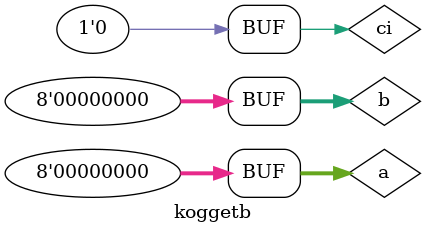
<source format=v>
`timescale 1ns / 1ps



module koggetb(  );
reg [7:0] a,b;
reg ci;
wire [7:0] o;
wire co;
//parameter x = 4;
kogge #(8)ksa(.a(a), .b(b), .s(o), .cout(co), .cin(ci));

initial
begin
a = 8'd0;
b = 8'd0;
ci = 1'b0;
#100 a = 8'd7;
     b = 8'd29;
     ci= 1'b1;
#100 a = 8'd5;
     b = 8'd8;
     ci = 1'b1;
#100 a = 8'd15;
     b = 8'd15;
     ci = 1'b1;
#100 a = 8'd255;
     b = 8'd255;
     ci = 1'b1; 
#100 a = 8'd0;
     b = 8'd0;
     ci = 1'b0;
     

end
endmodule
</source>
